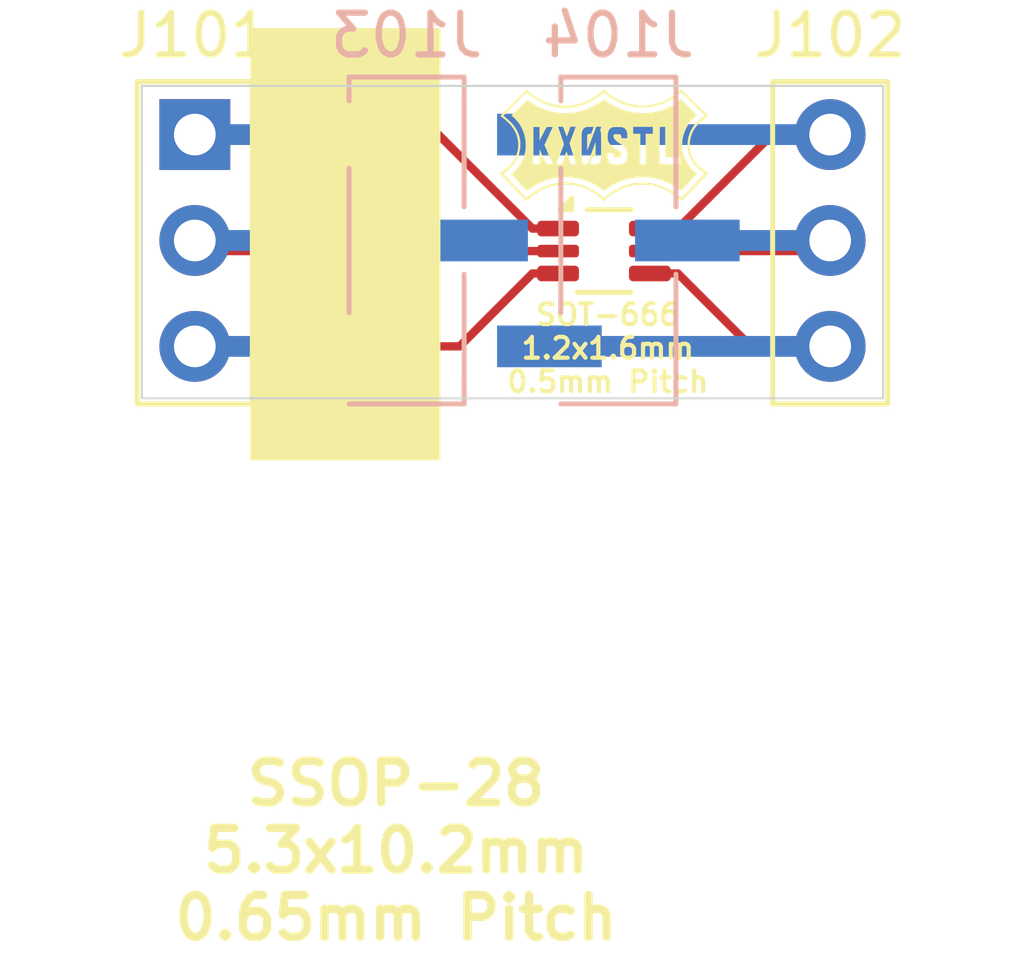
<source format=kicad_pcb>
(kicad_pcb (version 20241229) (generator "pcbnew") (generator_version "9.0")
  (layers (0 "F.Cu" signal) (2 "B.Cu" signal) (13 "F.Paste" user) (15 "B.Paste" user) (5 "F.SilkS" user "F.Silkscreen") (7 "B.SilkS" user "B.Silkscreen") (1 "F.Mask" user) (3 "B.Mask" user) (25 "Edge.Cuts" user))
  (net 0 "")
  (net 1 "/3")
  (net 2 "/6")
  (net 3 "/1")
  (net 4 "/2")
  (net 5 "/5")
  (net 6 "/4")
  (footprint "Connector_PinHeader_2.54mm:PinHeader_1x03_P2.54mm_Vertical" (layer "F.Cu") (at 121.92 96.520001)
    (property "Reference" "J101" (at 0 -2.38 0) (layer "F.SilkS"))
    (property "Value" "Conn_01x26")
    (pad "1" thru_hole rect (at 0 0) (size 1.7 1.7) (drill 1) (layers "*.Cu" "*.Mask") (net 3 "/1"))
    (pad "2" thru_hole circle (at 0 2.54) (size 1.7 1.7) (drill 1) (layers "*.Cu" "*.Mask") (net 4 "/2"))
    (pad "3" thru_hole circle (at 0 5.08) (size 1.7 1.7) (drill 1) (layers "*.Cu" "*.Mask") (net 1 "/3"))
  )
  (footprint "libraries:Logo_5mm_inv" (layer "F.Cu") (at 131.73425 96.774)
    (property "Reference" "G***" (hide yes))
    (property "Value" "LOGO" (hide yes))
  )
  (footprint "Connector_PinHeader_2.54mm:PinHeader_1x03_P2.54mm_Vertical" (layer "F.Cu") (at 137.16 96.520001)
    (property "Reference" "J102" (at 0 -2.38 0) (layer "F.SilkS"))
    (property "Value" "Conn_01x26")
    (pad "1" thru_hole circle (at 0 0) (size 1.7 1.7) (drill 1) (layers "*.Cu" "*.Mask") (net 2 "/6"))
    (pad "2" thru_hole circle (at 0 2.54) (size 1.7 1.7) (drill 1) (layers "*.Cu" "*.Mask") (net 5 "/5"))
    (pad "3" thru_hole circle (at 0 5.079999) (size 1.7 1.7) (drill 1) (layers "*.Cu" "*.Mask") (net 6 "/4"))
  )
  (footprint "Package_TO_SOT_SMD:SOT-666" (layer "F.Cu") (at 131.73425 99.314)
    (property "Reference" "U101" (hide yes))
    (property "Value" "SOT-666")
    (pad "1" smd roundrect (at -1.1 -0.54) (size 1 0.375) (layers "F.Cu" "F.Mask" "F.Paste") (net 3 "/1"))
    (pad "2" smd roundrect (at -1.1 0) (size 1 0.3) (layers "F.Cu" "F.Mask" "F.Paste") (net 4 "/2"))
    (pad "3" smd roundrect (at -1.1 0.5375) (size 1 0.375) (layers "F.Cu" "F.Mask" "F.Paste") (net 1 "/3"))
    (pad "4" smd roundrect (at 1.1 0.5375) (size 1 0.375) (layers "F.Cu" "F.Mask" "F.Paste") (net 6 "/4"))
    (pad "5" smd roundrect (at 1.1 0) (size 1 0.3) (layers "F.Cu" "F.Mask" "F.Paste") (net 5 "/5"))
    (pad "6" smd roundrect (at 1.1 -0.54) (size 1 0.375) (layers "F.Cu" "F.Mask" "F.Paste") (net 2 "/6"))
  )
  (footprint "Connector_PinHeader_2.54mm:PinHeader_1x03_P2.54mm_Vertical_SMD_Pin1Right" (layer "B.Cu") (at 127 99.060001 180)
    (property "Reference" "J103" (at 0 4.92 0) (layer "B.SilkS") (effects (justify mirror)))
    (property "Value" "Conn_01x26")
    (pad "1" smd rect (at 1.655 2.54 180) (size 2.51 1) (layers "B.Cu" "B.Mask" "B.Paste") (net 3 "/1"))
    (pad "2" smd rect (at -1.655 0 180) (size 2.51 1) (layers "B.Cu" "B.Mask" "B.Paste") (net 4 "/2"))
    (pad "3" smd rect (at 1.655 -2.54 180) (size 2.51 1) (layers "B.Cu" "B.Mask" "B.Paste") (net 1 "/3"))
  )
  (footprint "Connector_PinHeader_2.54mm:PinHeader_1x03_P2.54mm_Vertical_SMD_Pin1Right" (layer "B.Cu") (at 132.08 99.060001 180)
    (property "Reference" "J104" (at 0 4.92 0) (layer "B.SilkS") (effects (justify mirror)))
    (property "Value" "Conn_01x26")
    (pad "1" smd rect (at 1.655 2.54 180) (size 2.51 1) (layers "B.Cu" "B.Mask" "B.Paste") (net 2 "/6"))
    (pad "2" smd rect (at -1.655 0 180) (size 2.51 1) (layers "B.Cu" "B.Mask" "B.Paste") (net 5 "/5"))
    (pad "3" smd rect (at 1.655 -2.54 180) (size 2.51 1) (layers "B.Cu" "B.Mask" "B.Paste") (net 6 "/4"))
  )
  (gr_rect (start 123.3 94.015001) (end 127.762 104.285001) (stroke (width 0.1)) (fill yes) (layer "F.SilkS"))
  (gr_rect (start 120.65 95.352501) (end 138.43 102.845501) (stroke (width 0.05)) (fill no) (layer "Edge.Cuts"))
  (gr_text "SSOP-28\n5.3x10.2mm\n0.65mm Pitch" (at 126.746 115.8915 0) (layer "F.SilkS") (effects (font (size 1 1) (thickness 0.2) (bold yes)) (justify bottom)))
  (gr_text "SOT-666\n1.2x1.6mm\n0.5mm Pitch" (at 131.826 102.743 0) (layer "F.SilkS") (effects (font (size 0.5 0.5) (thickness 0.1) (bold yes)) (justify bottom)))
  (segment (start 130.63425 99.8515) (end 130.0185 99.8515) (width 0.2) (layer "F.Cu") (net 1))
  (segment (start 128.269999 101.600001) (end 121.92 101.600001) (width 0.2) (layer "F.Cu") (net 1))
  (segment (start 130.0185 99.8515) (end 128.269999 101.600001) (width 0.2) (layer "F.Cu") (net 1))
  (segment (start 121.92 101.600001) (end 125.345 101.600001) (width 0.5) (layer "B.Cu") (net 1))
  (segment (start 135.762999 96.520001) (end 137.16 96.520001) (width 0.2) (layer "F.Cu") (net 2))
  (segment (start 132.83425 98.774) (end 133.509 98.774) (width 0.2) (layer "F.Cu") (net 2))
  (segment (start 133.509 98.774) (end 135.762999 96.520001) (width 0.2) (layer "F.Cu") (net 2))
  (segment (start 130.425 96.520001) (end 137.16 96.520001) (width 0.5) (layer "B.Cu") (net 2))
  (segment (start 127.762001 96.520001) (end 121.92 96.520001) (width 0.2) (layer "F.Cu") (net 3))
  (segment (start 130.63425 98.774) (end 130.016 98.774) (width 0.2) (layer "F.Cu") (net 3))
  (segment (start 130.016 98.774) (end 127.762001 96.520001) (width 0.2) (layer "F.Cu") (net 3))
  (segment (start 121.92 96.520001) (end 125.345 96.520001) (width 0.5) (layer "B.Cu") (net 3))
  (segment (start 130.63425 99.314) (end 122.173999 99.314) (width 0.2) (layer "F.Cu") (net 4))
  (segment (start 122.173999 99.314) (end 121.92 99.060001) (width 0.2) (layer "F.Cu") (net 4))
  (segment (start 128.655 99.060001) (end 121.92 99.060001) (width 0.5) (layer "B.Cu") (net 4))
  (segment (start 132.83425 99.314) (end 136.906001 99.314) (width 0.2) (layer "F.Cu") (net 5))
  (segment (start 136.906001 99.314) (end 137.16 99.060001) (width 0.2) (layer "F.Cu") (net 5))
  (segment (start 137.16 99.060001) (end 133.735 99.060001) (width 0.5) (layer "B.Cu") (net 5))
  (segment (start 133.5065 99.8515) (end 135.255 101.6) (width 0.2) (layer "F.Cu") (net 6))
  (segment (start 132.83425 99.8515) (end 133.5065 99.8515) (width 0.2) (layer "F.Cu") (net 6))
  (segment (start 135.255 101.6) (end 137.16 101.6) (width 0.2) (layer "F.Cu") (net 6))
  (segment (start 130.425 101.600001) (end 137.159999 101.600001) (width 0.5) (layer "B.Cu") (net 6))
  (segment (start 137.159999 101.600001) (end 137.16 101.6) (width 0.5) (layer "B.Cu") (net 6))
)
</source>
